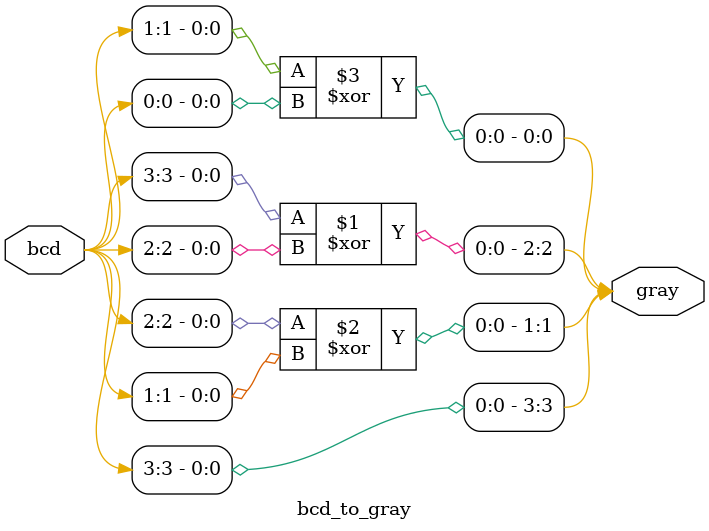
<source format=v>
module bcd_to_gray (
    input wire [3:0] bcd,
    output wire [3:0] gray
);
    
    // Konwersja BCD na kod Graya
    assign gray[3] = bcd[3];
    assign gray[2] = bcd[3] ^ bcd[2];
    assign gray[1] = bcd[2] ^ bcd[1];
    assign gray[0] = bcd[1] ^ bcd[0];

endmodule 
</source>
